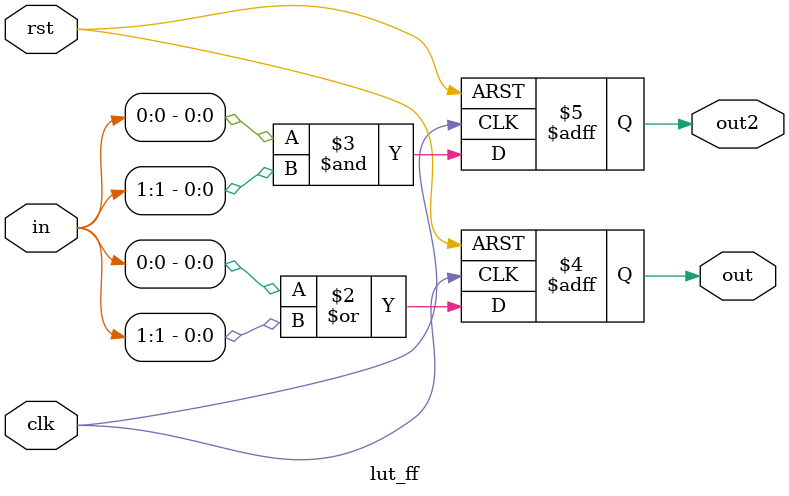
<source format=sv>
module lut_ff(
	input clk,		
	input rst,
	input [1:0] in,
	output logic out, out2
);



always_ff @(posedge clk or posedge rst) begin
	if(rst) begin
		out <= 0;
		out2 <= 1;
	end else begin
		out <= in[0] | in[1];
		out2 <= in[0] & in[1];
	end
end


endmodule : lut_ff
</source>
